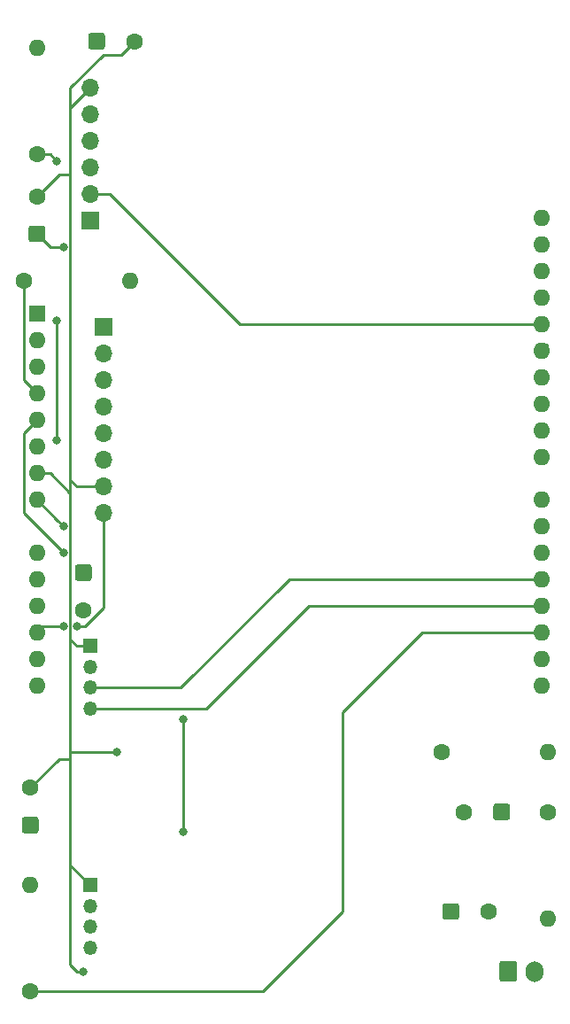
<source format=gbr>
%TF.GenerationSoftware,KiCad,Pcbnew,(5.1.10)-1*%
%TF.CreationDate,2021-11-04T12:05:46-05:00*%
%TF.ProjectId,SR Design1,53522044-6573-4696-976e-312e6b696361,rev?*%
%TF.SameCoordinates,Original*%
%TF.FileFunction,Copper,L2,Bot*%
%TF.FilePolarity,Positive*%
%FSLAX46Y46*%
G04 Gerber Fmt 4.6, Leading zero omitted, Abs format (unit mm)*
G04 Created by KiCad (PCBNEW (5.1.10)-1) date 2021-11-04 12:05:46*
%MOMM*%
%LPD*%
G01*
G04 APERTURE LIST*
%TA.AperFunction,ComponentPad*%
%ADD10O,1.700000X2.000000*%
%TD*%
%TA.AperFunction,ComponentPad*%
%ADD11C,1.600000*%
%TD*%
%TA.AperFunction,ComponentPad*%
%ADD12O,1.600000X1.600000*%
%TD*%
%TA.AperFunction,ComponentPad*%
%ADD13O,1.350000X1.350000*%
%TD*%
%TA.AperFunction,ComponentPad*%
%ADD14R,1.350000X1.350000*%
%TD*%
%TA.AperFunction,ComponentPad*%
%ADD15O,1.700000X1.700000*%
%TD*%
%TA.AperFunction,ComponentPad*%
%ADD16R,1.700000X1.700000*%
%TD*%
%TA.AperFunction,ComponentPad*%
%ADD17R,1.600000X1.600000*%
%TD*%
%TA.AperFunction,ViaPad*%
%ADD18C,0.800000*%
%TD*%
%TA.AperFunction,Conductor*%
%ADD19C,0.250000*%
%TD*%
G04 APERTURE END LIST*
D10*
%TO.P,Batt1,2*%
%TO.N,Net-(A1-Pad8)*%
X140295000Y-155575000D03*
%TO.P,Batt1,1*%
%TO.N,Net-(A1-Pad7)*%
%TA.AperFunction,ComponentPad*%
G36*
G01*
X136945000Y-156325000D02*
X136945000Y-154825000D01*
G75*
G02*
X137195000Y-154575000I250000J0D01*
G01*
X138395000Y-154575000D01*
G75*
G02*
X138645000Y-154825000I0J-250000D01*
G01*
X138645000Y-156325000D01*
G75*
G02*
X138395000Y-156575000I-250000J0D01*
G01*
X137195000Y-156575000D01*
G75*
G02*
X136945000Y-156325000I0J250000D01*
G01*
G37*
%TD.AperFunction*%
%TD*%
D11*
%TO.P,P1,2*%
%TO.N,Net-(AUX1-Pad2)*%
X97155000Y-121075000D03*
%TO.P,P1,1*%
%TO.N,Net-(A1-Pad5)*%
%TA.AperFunction,ComponentPad*%
G36*
G01*
X96605000Y-116675000D02*
X97705000Y-116675000D01*
G75*
G02*
X97955000Y-116925000I0J-250000D01*
G01*
X97955000Y-118025000D01*
G75*
G02*
X97705000Y-118275000I-250000J0D01*
G01*
X96605000Y-118275000D01*
G75*
G02*
X96355000Y-118025000I0J250000D01*
G01*
X96355000Y-116925000D01*
G75*
G02*
X96605000Y-116675000I250000J0D01*
G01*
G37*
%TD.AperFunction*%
%TD*%
%TO.P,AUX2,1*%
%TO.N,Net-(A1-Pad8)*%
%TA.AperFunction,ComponentPad*%
G36*
G01*
X131490000Y-150410000D02*
X131490000Y-149310000D01*
G75*
G02*
X131740000Y-149060000I250000J0D01*
G01*
X132840000Y-149060000D01*
G75*
G02*
X133090000Y-149310000I0J-250000D01*
G01*
X133090000Y-150410000D01*
G75*
G02*
X132840000Y-150660000I-250000J0D01*
G01*
X131740000Y-150660000D01*
G75*
G02*
X131490000Y-150410000I0J250000D01*
G01*
G37*
%TD.AperFunction*%
%TO.P,AUX2,2*%
%TO.N,Net-(AUX2-Pad2)*%
X135890000Y-149860000D03*
%TD*%
%TO.P,L3,2*%
%TO.N,Net-(A1-Pad7)*%
X92710000Y-81490000D03*
%TO.P,L3,1*%
%TO.N,Net-(L3-Pad1)*%
%TA.AperFunction,ComponentPad*%
G36*
G01*
X93260000Y-85890000D02*
X92160000Y-85890000D01*
G75*
G02*
X91910000Y-85640000I0J250000D01*
G01*
X91910000Y-84540000D01*
G75*
G02*
X92160000Y-84290000I250000J0D01*
G01*
X93260000Y-84290000D01*
G75*
G02*
X93510000Y-84540000I0J-250000D01*
G01*
X93510000Y-85640000D01*
G75*
G02*
X93260000Y-85890000I-250000J0D01*
G01*
G37*
%TD.AperFunction*%
%TD*%
%TO.P,L2,2*%
%TO.N,Net-(A1-Pad7)*%
X102025000Y-66675000D03*
%TO.P,L2,1*%
%TO.N,Net-(L2-Pad1)*%
%TA.AperFunction,ComponentPad*%
G36*
G01*
X97625000Y-67225000D02*
X97625000Y-66125000D01*
G75*
G02*
X97875000Y-65875000I250000J0D01*
G01*
X98975000Y-65875000D01*
G75*
G02*
X99225000Y-66125000I0J-250000D01*
G01*
X99225000Y-67225000D01*
G75*
G02*
X98975000Y-67475000I-250000J0D01*
G01*
X97875000Y-67475000D01*
G75*
G02*
X97625000Y-67225000I0J250000D01*
G01*
G37*
%TD.AperFunction*%
%TD*%
%TO.P,L1,2*%
%TO.N,Net-(A1-Pad7)*%
X92075000Y-138005000D03*
%TO.P,L1,1*%
%TO.N,Net-(L1-Pad1)*%
%TA.AperFunction,ComponentPad*%
G36*
G01*
X92625000Y-142405000D02*
X91525000Y-142405000D01*
G75*
G02*
X91275000Y-142155000I0J250000D01*
G01*
X91275000Y-141055000D01*
G75*
G02*
X91525000Y-140805000I250000J0D01*
G01*
X92625000Y-140805000D01*
G75*
G02*
X92875000Y-141055000I0J-250000D01*
G01*
X92875000Y-142155000D01*
G75*
G02*
X92625000Y-142405000I-250000J0D01*
G01*
G37*
%TD.AperFunction*%
%TD*%
%TO.P,AUX1,2*%
%TO.N,Net-(AUX1-Pad2)*%
X133560000Y-140335000D03*
%TO.P,AUX1,1*%
%TO.N,Net-(AUX1-Pad1)*%
%TA.AperFunction,ComponentPad*%
G36*
G01*
X137960000Y-139785000D02*
X137960000Y-140885000D01*
G75*
G02*
X137710000Y-141135000I-250000J0D01*
G01*
X136610000Y-141135000D01*
G75*
G02*
X136360000Y-140885000I0J250000D01*
G01*
X136360000Y-139785000D01*
G75*
G02*
X136610000Y-139535000I250000J0D01*
G01*
X137710000Y-139535000D01*
G75*
G02*
X137960000Y-139785000I0J-250000D01*
G01*
G37*
%TD.AperFunction*%
%TD*%
D12*
%TO.P,R3,2*%
%TO.N,Net-(L3-Pad1)*%
X101600000Y-89535000D03*
D11*
%TO.P,R3,1*%
%TO.N,Net-(A1-Pad4)*%
X91440000Y-89535000D03*
%TD*%
D12*
%TO.P,R5,2*%
%TO.N,Net-(AUX2-Pad2)*%
X141605000Y-150495000D03*
D11*
%TO.P,R5,1*%
%TO.N,Net-(AUX1-Pad1)*%
X141605000Y-140335000D03*
%TD*%
D12*
%TO.P,R4,2*%
%TO.N,Net-(AUX1-Pad1)*%
X141605000Y-134620000D03*
D11*
%TO.P,R4,1*%
%TO.N,Net-(A1-Pad7)*%
X131445000Y-134620000D03*
%TD*%
D13*
%TO.P,J2,4*%
%TO.N,Net-(A1-Pad18)*%
X97790000Y-130460000D03*
%TO.P,J2,3*%
%TO.N,Net-(A1-Pad19)*%
X97790000Y-128460000D03*
%TO.P,J2,2*%
%TO.N,Net-(AUX1-Pad2)*%
X97790000Y-126460000D03*
D14*
%TO.P,J2,1*%
%TO.N,Net-(A1-Pad7)*%
X97790000Y-124460000D03*
%TD*%
D13*
%TO.P,J1,4*%
%TO.N,Net-(A1-Pad14)*%
X97790000Y-153320000D03*
%TO.P,J1,3*%
%TO.N,Net-(A1-Pad13)*%
X97790000Y-151320000D03*
%TO.P,J1,2*%
%TO.N,Net-(AUX1-Pad2)*%
X97790000Y-149320000D03*
D14*
%TO.P,J1,1*%
%TO.N,Net-(A1-Pad7)*%
X97790000Y-147320000D03*
%TD*%
D12*
%TO.P,R1,2*%
%TO.N,Net-(L1-Pad1)*%
X92075000Y-147320000D03*
D11*
%TO.P,R1,1*%
%TO.N,Net-(A1-Pad17)*%
X92075000Y-157480000D03*
%TD*%
D12*
%TO.P,R2,2*%
%TO.N,Net-(L2-Pad1)*%
X92710000Y-67310000D03*
D11*
%TO.P,R2,1*%
%TO.N,Net-(A1-Pad8)*%
X92710000Y-77470000D03*
%TD*%
D15*
%TO.P,J3,8*%
%TO.N,Net-(A1-Pad12)*%
X99060000Y-111760000D03*
%TO.P,J3,7*%
%TO.N,Net-(A1-Pad7)*%
X99060000Y-109220000D03*
%TO.P,J3,6*%
%TO.N,Net-(A1-Pad20)*%
X99060000Y-106680000D03*
%TO.P,J3,5*%
%TO.N,Net-(AUX1-Pad2)*%
X99060000Y-104140000D03*
%TO.P,J3,4*%
%TO.N,Net-(A1-Pad21)*%
X99060000Y-101600000D03*
%TO.P,J3,3*%
%TO.N,Net-(A1-Pad22)*%
X99060000Y-99060000D03*
%TO.P,J3,2*%
%TO.N,Net-(A1-Pad23)*%
X99060000Y-96520000D03*
D16*
%TO.P,J3,1*%
%TO.N,Net-(A1-Pad24)*%
X99060000Y-93980000D03*
%TD*%
D12*
%TO.P,A1,16*%
%TO.N,Net-(A1-Pad16)*%
X140970000Y-125730000D03*
%TO.P,A1,15*%
%TO.N,Net-(A1-Pad15)*%
X140970000Y-128270000D03*
%TO.P,A1,30*%
%TO.N,Net-(A1-Pad30)*%
X140970000Y-88650000D03*
%TO.P,A1,14*%
%TO.N,Net-(A1-Pad14)*%
X92710000Y-128270000D03*
%TO.P,A1,29*%
%TO.N,Net-(A1-Pad29)*%
X140970000Y-91190000D03*
%TO.P,A1,13*%
%TO.N,Net-(A1-Pad13)*%
X92710000Y-125730000D03*
%TO.P,A1,28*%
%TO.N,Net-(A1-Pad28)*%
X140970000Y-93730000D03*
%TO.P,A1,12*%
%TO.N,Net-(A1-Pad12)*%
X92710000Y-123190000D03*
%TO.P,A1,27*%
%TO.N,Net-(A1-Pad27)*%
X140970000Y-96270000D03*
%TO.P,A1,11*%
%TO.N,Net-(A1-Pad11)*%
X92710000Y-120650000D03*
%TO.P,A1,26*%
%TO.N,Net-(A1-Pad26)*%
X140970000Y-98810000D03*
%TO.P,A1,10*%
%TO.N,Net-(A1-Pad10)*%
X92710000Y-118110000D03*
%TO.P,A1,25*%
%TO.N,Net-(A1-Pad25)*%
X140970000Y-101350000D03*
%TO.P,A1,9*%
%TO.N,Net-(A1-Pad9)*%
X92710000Y-115570000D03*
%TO.P,A1,24*%
%TO.N,Net-(A1-Pad24)*%
X140970000Y-103890000D03*
%TO.P,A1,8*%
%TO.N,Net-(A1-Pad8)*%
X92710000Y-110490000D03*
%TO.P,A1,23*%
%TO.N,Net-(A1-Pad23)*%
X140970000Y-106430000D03*
%TO.P,A1,7*%
%TO.N,Net-(A1-Pad7)*%
X92710000Y-107950000D03*
%TO.P,A1,22*%
%TO.N,Net-(A1-Pad22)*%
X140970000Y-110490000D03*
%TO.P,A1,6*%
%TO.N,Net-(A1-Pad6)*%
X92710000Y-105410000D03*
%TO.P,A1,21*%
%TO.N,Net-(A1-Pad21)*%
X140970000Y-113030000D03*
%TO.P,A1,5*%
%TO.N,Net-(A1-Pad5)*%
X92710000Y-102870000D03*
%TO.P,A1,20*%
%TO.N,Net-(A1-Pad20)*%
X140970000Y-115570000D03*
%TO.P,A1,4*%
%TO.N,Net-(A1-Pad4)*%
X92710000Y-100330000D03*
%TO.P,A1,19*%
%TO.N,Net-(A1-Pad19)*%
X140970000Y-118110000D03*
%TO.P,A1,3*%
%TO.N,Net-(A1-Pad3)*%
X92710000Y-97790000D03*
%TO.P,A1,18*%
%TO.N,Net-(A1-Pad18)*%
X140970000Y-120650000D03*
%TO.P,A1,2*%
%TO.N,Net-(A1-Pad2)*%
X92710000Y-95250000D03*
%TO.P,A1,17*%
%TO.N,Net-(A1-Pad17)*%
X140970000Y-123190000D03*
D17*
%TO.P,A1,1*%
%TO.N,Net-(A1-Pad1)*%
X92710000Y-92710000D03*
D12*
%TO.P,A1,31*%
%TO.N,Net-(A1-Pad31)*%
X140970000Y-86110000D03*
%TO.P,A1,32*%
%TO.N,Net-(A1-Pad32)*%
X140970000Y-83570000D03*
%TD*%
D15*
%TO.P,J4,6*%
%TO.N,Net-(A1-Pad7)*%
X97790000Y-71120000D03*
%TO.P,J4,5*%
%TO.N,Net-(AUX1-Pad2)*%
X97790000Y-73660000D03*
%TO.P,J4,4*%
%TO.N,Net-(A1-Pad27)*%
X97790000Y-76200000D03*
%TO.P,J4,3*%
%TO.N,Net-(A1-Pad26)*%
X97790000Y-78740000D03*
%TO.P,J4,2*%
%TO.N,Net-(A1-Pad28)*%
X97790000Y-81280000D03*
D16*
%TO.P,J4,1*%
%TO.N,Net-(A1-Pad25)*%
X97790000Y-83820000D03*
%TD*%
D18*
%TO.N,Net-(A1-Pad12)*%
X95250000Y-122555000D03*
X96520000Y-122555000D03*
%TO.N,Net-(A1-Pad8)*%
X94615000Y-104775000D03*
X94615000Y-93345000D03*
X94615000Y-78105000D03*
X95250000Y-113030000D03*
X106680000Y-131445000D03*
X106680000Y-142240000D03*
%TO.N,Net-(A1-Pad7)*%
X100330000Y-134620000D03*
X97155000Y-155575000D03*
%TO.N,Net-(A1-Pad5)*%
X95250000Y-115570000D03*
%TO.N,Net-(L3-Pad1)*%
X95250000Y-86360000D03*
%TD*%
D19*
%TO.N,Net-(A1-Pad28)*%
X140990000Y-93710000D02*
X140970000Y-93730000D01*
X97790000Y-81280000D02*
X99695000Y-81280000D01*
X112145000Y-93730000D02*
X140970000Y-93730000D01*
X99695000Y-81280000D02*
X112145000Y-93730000D01*
%TO.N,Net-(A1-Pad12)*%
X97340002Y-122555000D02*
X96520000Y-122555000D01*
X99060000Y-120835002D02*
X97340002Y-122555000D01*
X99060000Y-111760000D02*
X99060000Y-120835002D01*
X93345000Y-122555000D02*
X92710000Y-123190000D01*
X95250000Y-122555000D02*
X93345000Y-122555000D01*
%TO.N,Net-(A1-Pad27)*%
X141530000Y-95710000D02*
X140970000Y-96270000D01*
%TO.N,Net-(A1-Pad26)*%
X141220000Y-99060000D02*
X140970000Y-98810000D01*
%TO.N,Net-(A1-Pad8)*%
X92710000Y-110490000D02*
X94615000Y-112395000D01*
X95250000Y-113030000D02*
X94615000Y-112395000D01*
X106680000Y-131445000D02*
X106680000Y-142240000D01*
X92710000Y-77470000D02*
X93980000Y-77470000D01*
X94615000Y-78105000D02*
X93980000Y-77470000D01*
X94615000Y-104775000D02*
X94615000Y-93345000D01*
%TO.N,Net-(A1-Pad7)*%
X92710000Y-107950000D02*
X93980000Y-107950000D01*
X93980000Y-107950000D02*
X95885000Y-109855000D01*
X95885000Y-73025000D02*
X97790000Y-71120000D01*
X96520000Y-109220000D02*
X95885000Y-108585000D01*
X99060000Y-109220000D02*
X96520000Y-109220000D01*
X95885000Y-108585000D02*
X95885000Y-106045000D01*
X95885000Y-109855000D02*
X95885000Y-108585000D01*
X96520000Y-124460000D02*
X95885000Y-123825000D01*
X97790000Y-124460000D02*
X96520000Y-124460000D01*
X95885000Y-123825000D02*
X95885000Y-109855000D01*
X95885000Y-145415000D02*
X97790000Y-147320000D01*
X95885000Y-135255000D02*
X95885000Y-145415000D01*
X95885000Y-145415000D02*
X95885000Y-154940000D01*
X100330000Y-134620000D02*
X96520000Y-134620000D01*
X95885000Y-79375000D02*
X95885000Y-73025000D01*
X95885000Y-106045000D02*
X95885000Y-79375000D01*
X92075000Y-138005000D02*
X94825000Y-135255000D01*
X96520000Y-134620000D02*
X95885000Y-134620000D01*
X95885000Y-134620000D02*
X95885000Y-135255000D01*
X95885000Y-123825000D02*
X95885000Y-134620000D01*
X94825000Y-79375000D02*
X92710000Y-81490000D01*
X95885000Y-79375000D02*
X94825000Y-79375000D01*
X100755000Y-67945000D02*
X102025000Y-66675000D01*
X99060000Y-67945000D02*
X100755000Y-67945000D01*
X95885000Y-71120000D02*
X99060000Y-67945000D01*
X95885000Y-73025000D02*
X95885000Y-71120000D01*
X96520000Y-155575000D02*
X95885000Y-154940000D01*
X97155000Y-155575000D02*
X96520000Y-155575000D01*
X94825000Y-135255000D02*
X95885000Y-135255000D01*
%TO.N,Net-(A1-Pad5)*%
X92710000Y-102870000D02*
X91440000Y-104140000D01*
X91440000Y-104140000D02*
X91440000Y-111760000D01*
X95250000Y-115570000D02*
X91440000Y-111760000D01*
%TO.N,Net-(A1-Pad4)*%
X92710000Y-100330000D02*
X91440000Y-99060000D01*
X91440000Y-99060000D02*
X91440000Y-89535000D01*
%TO.N,Net-(A1-Pad19)*%
X140970000Y-118110000D02*
X116840000Y-118110000D01*
X106490000Y-128460000D02*
X97790000Y-128460000D01*
X116840000Y-118110000D02*
X106490000Y-128460000D01*
%TO.N,Net-(A1-Pad18)*%
X97790000Y-130460000D02*
X108935000Y-130460000D01*
X118745000Y-120650000D02*
X140970000Y-120650000D01*
X108935000Y-130460000D02*
X118745000Y-120650000D01*
%TO.N,Net-(A1-Pad17)*%
X92075000Y-157480000D02*
X106680000Y-157480000D01*
X140970000Y-123190000D02*
X129540000Y-123190000D01*
X129540000Y-123190000D02*
X121920000Y-130810000D01*
X121920000Y-130810000D02*
X121920000Y-149860000D01*
X114300000Y-157480000D02*
X106680000Y-157480000D01*
X121920000Y-149860000D02*
X114300000Y-157480000D01*
%TO.N,Net-(L3-Pad1)*%
X93980000Y-86360000D02*
X92710000Y-85090000D01*
X95250000Y-86360000D02*
X93980000Y-86360000D01*
%TD*%
M02*

</source>
